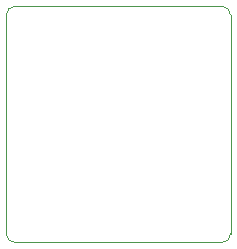
<source format=gm1>
%TF.GenerationSoftware,KiCad,Pcbnew,(6.0.0)*%
%TF.CreationDate,2022-08-29T11:13:11+02:00*%
%TF.ProjectId,LiIon_Charger,4c69496f-6e5f-4436-9861-726765722e6b,rev?*%
%TF.SameCoordinates,Original*%
%TF.FileFunction,Profile,NP*%
%FSLAX46Y46*%
G04 Gerber Fmt 4.6, Leading zero omitted, Abs format (unit mm)*
G04 Created by KiCad (PCBNEW (6.0.0)) date 2022-08-29 11:13:11*
%MOMM*%
%LPD*%
G01*
G04 APERTURE LIST*
%TA.AperFunction,Profile*%
%ADD10C,0.100000*%
%TD*%
G04 APERTURE END LIST*
D10*
X142709200Y-90916801D02*
G75*
G03*
X143460000Y-90182000I36512J713668D01*
G01*
X124460000Y-71666800D02*
X124460000Y-90182000D01*
X142709200Y-70916800D02*
X125210000Y-70916800D01*
X124460000Y-90182000D02*
G75*
G03*
X125210000Y-90916800I727503J-7605D01*
G01*
X125210000Y-90916800D02*
X142709200Y-90916800D01*
X125210000Y-70916800D02*
G75*
G03*
X124460000Y-71666800I-1005J-748995D01*
G01*
X143460000Y-90182000D02*
X143460000Y-71666800D01*
X143460000Y-71666800D02*
G75*
G03*
X142709200Y-70916800I-743032J6976D01*
G01*
M02*

</source>
